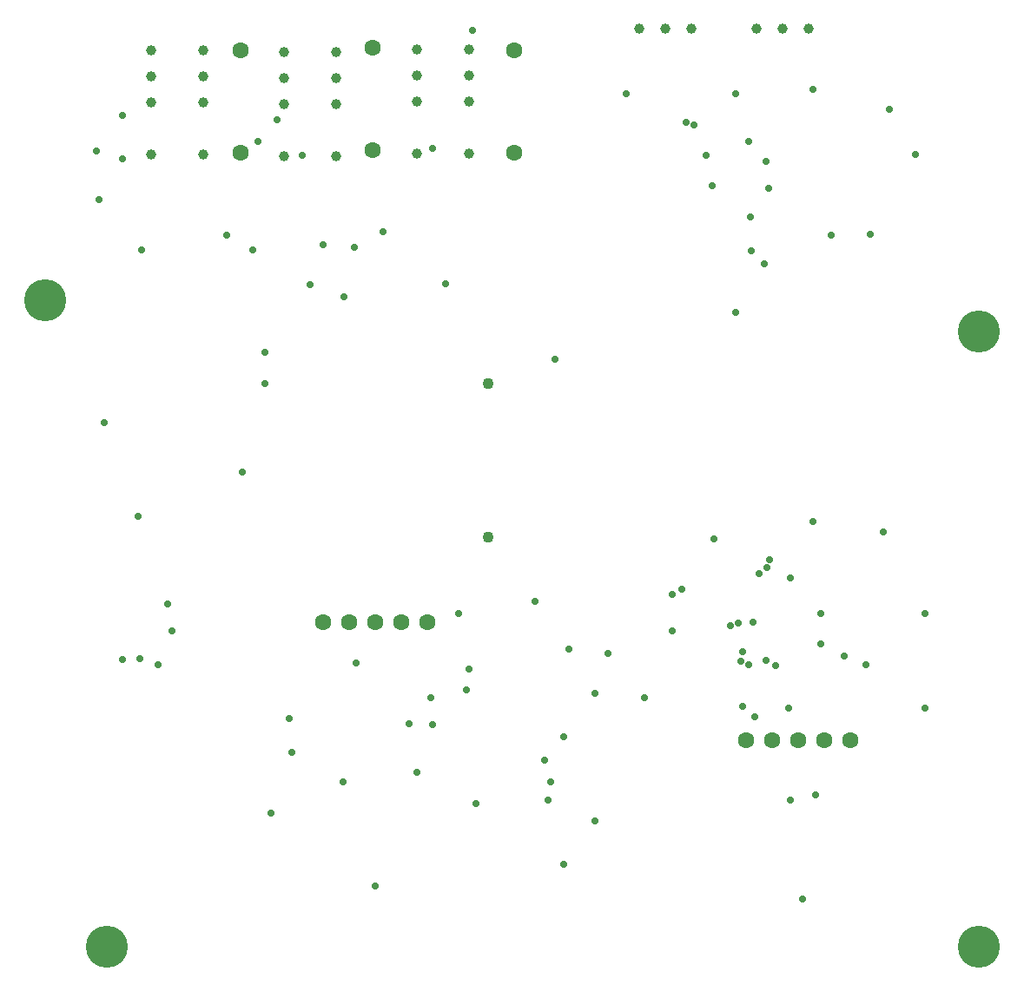
<source format=gbs>
G04*
G04 #@! TF.GenerationSoftware,Altium Limited,Altium Designer,19.0.14 (431)*
G04*
G04 Layer_Color=16711935*
%FSLAX25Y25*%
%MOIN*%
G70*
G01*
G75*
%ADD19C,0.04337*%
%ADD50C,0.16148*%
%ADD51C,0.03943*%
%ADD52C,0.03943*%
%ADD53C,0.06306*%
%ADD54C,0.02762*%
D19*
X225142Y287000D02*
D03*
Y227945D02*
D03*
D50*
X55118Y318898D02*
D03*
X78740Y70866D02*
D03*
X413386D02*
D03*
Y307087D02*
D03*
D51*
X217642Y375445D02*
D03*
X197642D02*
D03*
Y395445D02*
D03*
Y405445D02*
D03*
Y415445D02*
D03*
X217642D02*
D03*
Y405445D02*
D03*
Y395445D02*
D03*
X166642Y374445D02*
D03*
X146642D02*
D03*
Y394445D02*
D03*
Y404445D02*
D03*
Y414445D02*
D03*
X166642D02*
D03*
Y404445D02*
D03*
Y394445D02*
D03*
X115642Y374945D02*
D03*
X95642D02*
D03*
Y394945D02*
D03*
Y404945D02*
D03*
Y414945D02*
D03*
X115642D02*
D03*
Y404945D02*
D03*
Y394945D02*
D03*
D52*
X303142Y423445D02*
D03*
X293142D02*
D03*
X283142D02*
D03*
X348142D02*
D03*
X338142D02*
D03*
X328142D02*
D03*
D53*
X364142Y149945D02*
D03*
X354142D02*
D03*
X344142D02*
D03*
X334142D02*
D03*
X324142D02*
D03*
X201642Y195445D02*
D03*
X191642D02*
D03*
X181642D02*
D03*
X171642D02*
D03*
X161642D02*
D03*
X235142Y375760D02*
D03*
Y415130D02*
D03*
X130142Y375760D02*
D03*
Y415130D02*
D03*
X180642Y376760D02*
D03*
Y416130D02*
D03*
D54*
X317913Y193996D02*
D03*
X174353Y179823D02*
D03*
X139500Y287209D02*
D03*
X84642Y181000D02*
D03*
X139500Y299000D02*
D03*
X335500Y178626D02*
D03*
X84642Y373287D02*
D03*
X322000Y180279D02*
D03*
X91500Y181500D02*
D03*
X295606Y205945D02*
D03*
X144000Y388500D02*
D03*
X379142Y392358D02*
D03*
X326000Y338098D02*
D03*
X301000Y387500D02*
D03*
X349642Y399945D02*
D03*
X320142Y398445D02*
D03*
X352642Y198776D02*
D03*
X392642D02*
D03*
X345591Y89102D02*
D03*
X254142Y102362D02*
D03*
X220472Y125795D02*
D03*
X266142Y168020D02*
D03*
X284949Y166492D02*
D03*
X255906Y185039D02*
D03*
X243122Y203299D02*
D03*
X341142Y126945D02*
D03*
X350642Y128945D02*
D03*
X340272Y162445D02*
D03*
X331689Y180685D02*
D03*
X370142Y179189D02*
D03*
X321142Y194945D02*
D03*
X299213Y208177D02*
D03*
X213516Y198776D02*
D03*
X181646Y93945D02*
D03*
X197642Y137795D02*
D03*
X169291Y133965D02*
D03*
X216535Y169291D02*
D03*
X130642Y252969D02*
D03*
X141732Y122047D02*
D03*
X149606Y145409D02*
D03*
X148642Y158445D02*
D03*
X98425Y178945D02*
D03*
X90551Y236221D02*
D03*
X103642Y191945D02*
D03*
X75736Y357606D02*
D03*
X376642Y229945D02*
D03*
X349642Y233945D02*
D03*
X311642Y227445D02*
D03*
X278142Y398445D02*
D03*
X311094Y362945D02*
D03*
X308642Y374571D02*
D03*
X320142Y314445D02*
D03*
X250642Y296445D02*
D03*
X389135Y374945D02*
D03*
X169642Y320445D02*
D03*
X184642Y345445D02*
D03*
X173642Y339445D02*
D03*
X161736Y340445D02*
D03*
X124689Y343992D02*
D03*
X92142Y338445D02*
D03*
X341142Y212445D02*
D03*
X84642Y389945D02*
D03*
X322642Y162945D02*
D03*
X266142Y118898D02*
D03*
X361642Y182445D02*
D03*
X352642Y186965D02*
D03*
X246642Y142445D02*
D03*
X322642Y183898D02*
D03*
X249142Y133945D02*
D03*
X248142Y127142D02*
D03*
X325142Y178945D02*
D03*
X326642Y195445D02*
D03*
X332106Y216339D02*
D03*
X208642Y325445D02*
D03*
X333122Y219445D02*
D03*
X134642Y338445D02*
D03*
X329142Y213945D02*
D03*
X77642Y271945D02*
D03*
X74642Y376445D02*
D03*
X371661Y344492D02*
D03*
X356842Y343992D02*
D03*
X102142Y202445D02*
D03*
X194642Y156445D02*
D03*
X254142Y151445D02*
D03*
X203642Y155945D02*
D03*
X203142Y166445D02*
D03*
X271142Y183445D02*
D03*
X217642Y177445D02*
D03*
X327474Y158945D02*
D03*
X392642Y162445D02*
D03*
X219142Y422882D02*
D03*
X295642Y191945D02*
D03*
X304142Y386531D02*
D03*
X325142Y379945D02*
D03*
X325642Y350945D02*
D03*
X331689Y372398D02*
D03*
X332642Y361945D02*
D03*
X331142Y332945D02*
D03*
X156642Y324945D02*
D03*
X203705Y377382D02*
D03*
X153642Y374571D02*
D03*
X136642Y379945D02*
D03*
M02*

</source>
